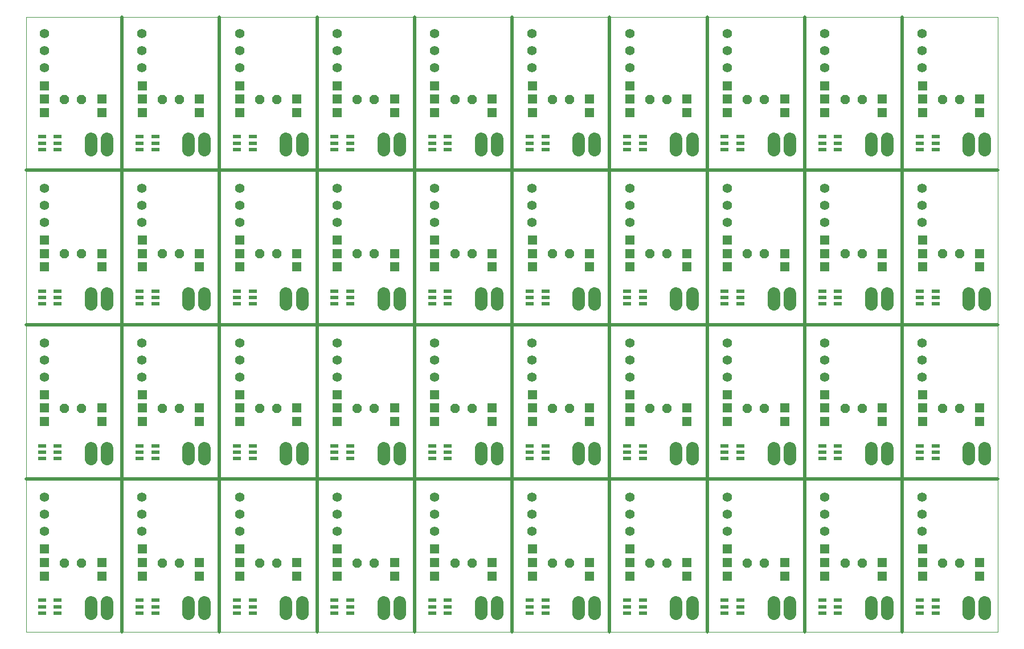
<source format=gts>
G75*
%MOIN*%
%OFA0B0*%
%FSLAX24Y24*%
%IPPOS*%
%LPD*%
%AMOC8*
5,1,8,0,0,1.08239X$1,22.5*
%
%ADD10C,0.0000*%
%ADD11C,0.0197*%
%ADD12R,0.0493X0.0237*%
%ADD13C,0.0552*%
%ADD14C,0.0730*%
%ADD15R,0.0552X0.0552*%
%ADD16OC8,0.0560*%
D10*
X000310Y000198D02*
X000310Y009155D01*
X000310Y018210D01*
X000310Y027265D01*
X000310Y036222D01*
X005920Y036222D01*
X011629Y036222D01*
X017338Y036222D01*
X023046Y036222D01*
X028755Y036222D01*
X034464Y036222D01*
X040172Y036222D01*
X045881Y036222D01*
X051590Y036222D01*
X057200Y036222D01*
X057200Y027265D01*
X057200Y018210D01*
X057200Y009155D01*
X057200Y000198D01*
X051590Y000198D01*
X045881Y000198D01*
X040172Y000198D01*
X034464Y000198D01*
X028755Y000198D01*
X023046Y000198D01*
X017338Y000198D01*
X011629Y000198D01*
X005920Y000198D01*
X000310Y000198D01*
D11*
X005920Y000198D02*
X005920Y036222D01*
X011629Y036222D02*
X011629Y000198D01*
X017338Y000198D02*
X017338Y036222D01*
X023046Y036222D02*
X023046Y000198D01*
X028755Y000198D02*
X028755Y036222D01*
X034464Y036222D02*
X034464Y000198D01*
X040172Y000198D02*
X040172Y036222D01*
X045881Y036222D02*
X045881Y000198D01*
X051590Y000198D02*
X051590Y036222D01*
X057200Y027265D02*
X000310Y027265D01*
X000310Y018210D02*
X057200Y018210D01*
X057200Y009155D02*
X000310Y009155D01*
D12*
X001235Y010358D03*
X001235Y010732D03*
X001235Y011106D03*
X002160Y011106D03*
X002160Y010732D03*
X002160Y010358D03*
X006944Y010358D03*
X006944Y010732D03*
X006944Y011106D03*
X007869Y011106D03*
X007869Y010732D03*
X007869Y010358D03*
X012653Y010358D03*
X012653Y010732D03*
X012653Y011106D03*
X013578Y011106D03*
X013578Y010732D03*
X013578Y010358D03*
X018361Y010358D03*
X018361Y010732D03*
X018361Y011106D03*
X019286Y011106D03*
X019286Y010732D03*
X019286Y010358D03*
X024070Y010358D03*
X024070Y010732D03*
X024070Y011106D03*
X024995Y011106D03*
X024995Y010732D03*
X024995Y010358D03*
X029779Y010358D03*
X029779Y010732D03*
X029779Y011106D03*
X030704Y011106D03*
X030704Y010732D03*
X030704Y010358D03*
X035487Y010358D03*
X035487Y010732D03*
X035487Y011106D03*
X036412Y011106D03*
X036412Y010732D03*
X036412Y010358D03*
X041196Y010358D03*
X041196Y010732D03*
X041196Y011106D03*
X042121Y011106D03*
X042121Y010732D03*
X042121Y010358D03*
X046905Y010358D03*
X046905Y010732D03*
X046905Y011106D03*
X047830Y011106D03*
X047830Y010732D03*
X047830Y010358D03*
X052613Y010358D03*
X052613Y010732D03*
X052613Y011106D03*
X053538Y011106D03*
X053538Y010732D03*
X053538Y010358D03*
X053538Y002051D03*
X053538Y001677D03*
X053538Y001303D03*
X052613Y001303D03*
X052613Y001677D03*
X052613Y002051D03*
X047830Y002051D03*
X047830Y001677D03*
X047830Y001303D03*
X046905Y001303D03*
X046905Y001677D03*
X046905Y002051D03*
X042121Y002051D03*
X042121Y001677D03*
X042121Y001303D03*
X041196Y001303D03*
X041196Y001677D03*
X041196Y002051D03*
X036412Y002051D03*
X036412Y001677D03*
X036412Y001303D03*
X035487Y001303D03*
X035487Y001677D03*
X035487Y002051D03*
X030704Y002051D03*
X030704Y001677D03*
X030704Y001303D03*
X029779Y001303D03*
X029779Y001677D03*
X029779Y002051D03*
X024995Y002051D03*
X024995Y001677D03*
X024995Y001303D03*
X024070Y001303D03*
X024070Y001677D03*
X024070Y002051D03*
X019286Y002051D03*
X019286Y001677D03*
X019286Y001303D03*
X018361Y001303D03*
X018361Y001677D03*
X018361Y002051D03*
X013578Y002051D03*
X013578Y001677D03*
X013578Y001303D03*
X012653Y001303D03*
X012653Y001677D03*
X012653Y002051D03*
X007869Y002051D03*
X007869Y001677D03*
X007869Y001303D03*
X006944Y001303D03*
X006944Y001677D03*
X006944Y002051D03*
X002160Y002051D03*
X002160Y001677D03*
X002160Y001303D03*
X001235Y001303D03*
X001235Y001677D03*
X001235Y002051D03*
X001235Y019413D03*
X001235Y019787D03*
X001235Y020161D03*
X002160Y020161D03*
X002160Y019787D03*
X002160Y019413D03*
X006944Y019413D03*
X006944Y019787D03*
X006944Y020161D03*
X007869Y020161D03*
X007869Y019787D03*
X007869Y019413D03*
X012653Y019413D03*
X012653Y019787D03*
X012653Y020161D03*
X013578Y020161D03*
X013578Y019787D03*
X013578Y019413D03*
X018361Y019413D03*
X018361Y019787D03*
X018361Y020161D03*
X019286Y020161D03*
X019286Y019787D03*
X019286Y019413D03*
X024070Y019413D03*
X024070Y019787D03*
X024070Y020161D03*
X024995Y020161D03*
X024995Y019787D03*
X024995Y019413D03*
X029779Y019413D03*
X029779Y019787D03*
X029779Y020161D03*
X030704Y020161D03*
X030704Y019787D03*
X030704Y019413D03*
X035487Y019413D03*
X035487Y019787D03*
X035487Y020161D03*
X036412Y020161D03*
X036412Y019787D03*
X036412Y019413D03*
X041196Y019413D03*
X041196Y019787D03*
X041196Y020161D03*
X042121Y020161D03*
X042121Y019787D03*
X042121Y019413D03*
X046905Y019413D03*
X046905Y019787D03*
X046905Y020161D03*
X047830Y020161D03*
X047830Y019787D03*
X047830Y019413D03*
X052613Y019413D03*
X052613Y019787D03*
X052613Y020161D03*
X053538Y020161D03*
X053538Y019787D03*
X053538Y019413D03*
X053538Y028468D03*
X053538Y028842D03*
X053538Y029216D03*
X052613Y029216D03*
X052613Y028842D03*
X052613Y028468D03*
X047830Y028468D03*
X047830Y028842D03*
X047830Y029216D03*
X046905Y029216D03*
X046905Y028842D03*
X046905Y028468D03*
X042121Y028468D03*
X042121Y028842D03*
X042121Y029216D03*
X041196Y029216D03*
X041196Y028842D03*
X041196Y028468D03*
X036412Y028468D03*
X036412Y028842D03*
X036412Y029216D03*
X035487Y029216D03*
X035487Y028842D03*
X035487Y028468D03*
X030704Y028468D03*
X030704Y028842D03*
X030704Y029216D03*
X029779Y029216D03*
X029779Y028842D03*
X029779Y028468D03*
X024995Y028468D03*
X024995Y028842D03*
X024995Y029216D03*
X024070Y029216D03*
X024070Y028842D03*
X024070Y028468D03*
X019286Y028468D03*
X019286Y028842D03*
X019286Y029216D03*
X018361Y029216D03*
X018361Y028842D03*
X018361Y028468D03*
X013578Y028468D03*
X013578Y028842D03*
X013578Y029216D03*
X012653Y029216D03*
X012653Y028842D03*
X012653Y028468D03*
X007869Y028468D03*
X007869Y028842D03*
X007869Y029216D03*
X006944Y029216D03*
X006944Y028842D03*
X006944Y028468D03*
X002160Y028468D03*
X002160Y028842D03*
X002160Y029216D03*
X001235Y029216D03*
X001235Y028842D03*
X001235Y028468D03*
D13*
X001386Y026199D03*
X001386Y025199D03*
X001386Y024199D03*
X007095Y024199D03*
X007095Y025199D03*
X007095Y026199D03*
X012803Y026199D03*
X012803Y025199D03*
X012803Y024199D03*
X018512Y024199D03*
X018512Y025199D03*
X018512Y026199D03*
X024221Y026199D03*
X024221Y025199D03*
X024221Y024199D03*
X029929Y024199D03*
X029929Y025199D03*
X029929Y026199D03*
X035638Y026199D03*
X035638Y025199D03*
X035638Y024199D03*
X041347Y024199D03*
X041347Y025199D03*
X041347Y026199D03*
X047055Y026199D03*
X047055Y025199D03*
X047055Y024199D03*
X052764Y024199D03*
X052764Y025199D03*
X052764Y026199D03*
X052764Y033254D03*
X052764Y034254D03*
X052764Y035254D03*
X047055Y035254D03*
X047055Y034254D03*
X047055Y033254D03*
X041347Y033254D03*
X041347Y034254D03*
X041347Y035254D03*
X035638Y035254D03*
X035638Y034254D03*
X035638Y033254D03*
X029929Y033254D03*
X029929Y034254D03*
X029929Y035254D03*
X024221Y035254D03*
X024221Y034254D03*
X024221Y033254D03*
X018512Y033254D03*
X018512Y034254D03*
X018512Y035254D03*
X012803Y035254D03*
X012803Y034254D03*
X012803Y033254D03*
X007095Y033254D03*
X007095Y034254D03*
X007095Y035254D03*
X001386Y035254D03*
X001386Y034254D03*
X001386Y033254D03*
X001386Y017143D03*
X001386Y016143D03*
X001386Y015143D03*
X007095Y015143D03*
X007095Y016143D03*
X007095Y017143D03*
X012803Y017143D03*
X012803Y016143D03*
X012803Y015143D03*
X018512Y015143D03*
X018512Y016143D03*
X018512Y017143D03*
X024221Y017143D03*
X024221Y016143D03*
X024221Y015143D03*
X029929Y015143D03*
X029929Y016143D03*
X029929Y017143D03*
X035638Y017143D03*
X035638Y016143D03*
X035638Y015143D03*
X041347Y015143D03*
X041347Y016143D03*
X041347Y017143D03*
X047055Y017143D03*
X047055Y016143D03*
X047055Y015143D03*
X052764Y015143D03*
X052764Y016143D03*
X052764Y017143D03*
X052764Y008088D03*
X052764Y007088D03*
X052764Y006088D03*
X047055Y006088D03*
X047055Y007088D03*
X047055Y008088D03*
X041347Y008088D03*
X041347Y007088D03*
X041347Y006088D03*
X035638Y006088D03*
X035638Y007088D03*
X035638Y008088D03*
X029929Y008088D03*
X029929Y007088D03*
X029929Y006088D03*
X024221Y006088D03*
X024221Y007088D03*
X024221Y008088D03*
X018512Y008088D03*
X018512Y007088D03*
X018512Y006088D03*
X012803Y006088D03*
X012803Y007088D03*
X012803Y008088D03*
X007095Y008088D03*
X007095Y007088D03*
X007095Y006088D03*
X001386Y006088D03*
X001386Y007088D03*
X001386Y008088D03*
D14*
X004110Y010322D02*
X004110Y010972D01*
X005051Y010972D02*
X005051Y010322D01*
X009819Y010322D02*
X009819Y010972D01*
X010759Y010972D02*
X010759Y010322D01*
X015527Y010322D02*
X015527Y010972D01*
X016468Y010972D02*
X016468Y010322D01*
X021236Y010322D02*
X021236Y010972D01*
X022177Y010972D02*
X022177Y010322D01*
X026945Y010322D02*
X026945Y010972D01*
X027885Y010972D02*
X027885Y010322D01*
X032653Y010322D02*
X032653Y010972D01*
X033594Y010972D02*
X033594Y010322D01*
X038362Y010322D02*
X038362Y010972D01*
X039303Y010972D02*
X039303Y010322D01*
X044071Y010322D02*
X044071Y010972D01*
X045011Y010972D02*
X045011Y010322D01*
X049779Y010322D02*
X049779Y010972D01*
X050720Y010972D02*
X050720Y010322D01*
X055488Y010322D02*
X055488Y010972D01*
X056429Y010972D02*
X056429Y010322D01*
X056429Y001917D02*
X056429Y001267D01*
X055488Y001267D02*
X055488Y001917D01*
X050720Y001917D02*
X050720Y001267D01*
X049779Y001267D02*
X049779Y001917D01*
X045011Y001917D02*
X045011Y001267D01*
X044071Y001267D02*
X044071Y001917D01*
X039303Y001917D02*
X039303Y001267D01*
X038362Y001267D02*
X038362Y001917D01*
X033594Y001917D02*
X033594Y001267D01*
X032653Y001267D02*
X032653Y001917D01*
X027885Y001917D02*
X027885Y001267D01*
X026945Y001267D02*
X026945Y001917D01*
X022177Y001917D02*
X022177Y001267D01*
X021236Y001267D02*
X021236Y001917D01*
X016468Y001917D02*
X016468Y001267D01*
X015527Y001267D02*
X015527Y001917D01*
X010759Y001917D02*
X010759Y001267D01*
X009819Y001267D02*
X009819Y001917D01*
X005051Y001917D02*
X005051Y001267D01*
X004110Y001267D02*
X004110Y001917D01*
X004110Y019378D02*
X004110Y020027D01*
X005051Y020027D02*
X005051Y019378D01*
X009819Y019378D02*
X009819Y020027D01*
X010759Y020027D02*
X010759Y019378D01*
X015527Y019378D02*
X015527Y020027D01*
X016468Y020027D02*
X016468Y019378D01*
X021236Y019378D02*
X021236Y020027D01*
X022177Y020027D02*
X022177Y019378D01*
X026945Y019378D02*
X026945Y020027D01*
X027885Y020027D02*
X027885Y019378D01*
X032653Y019378D02*
X032653Y020027D01*
X033594Y020027D02*
X033594Y019378D01*
X038362Y019378D02*
X038362Y020027D01*
X039303Y020027D02*
X039303Y019378D01*
X044071Y019378D02*
X044071Y020027D01*
X045011Y020027D02*
X045011Y019378D01*
X049779Y019378D02*
X049779Y020027D01*
X050720Y020027D02*
X050720Y019378D01*
X055488Y019378D02*
X055488Y020027D01*
X056429Y020027D02*
X056429Y019378D01*
X056429Y028433D02*
X056429Y029082D01*
X055488Y029082D02*
X055488Y028433D01*
X050720Y028433D02*
X050720Y029082D01*
X049779Y029082D02*
X049779Y028433D01*
X045011Y028433D02*
X045011Y029082D01*
X044071Y029082D02*
X044071Y028433D01*
X039303Y028433D02*
X039303Y029082D01*
X038362Y029082D02*
X038362Y028433D01*
X033594Y028433D02*
X033594Y029082D01*
X032653Y029082D02*
X032653Y028433D01*
X027885Y028433D02*
X027885Y029082D01*
X026945Y029082D02*
X026945Y028433D01*
X022177Y028433D02*
X022177Y029082D01*
X021236Y029082D02*
X021236Y028433D01*
X016468Y028433D02*
X016468Y029082D01*
X015527Y029082D02*
X015527Y028433D01*
X010759Y028433D02*
X010759Y029082D01*
X009819Y029082D02*
X009819Y028433D01*
X005051Y028433D02*
X005051Y029082D01*
X004110Y029082D02*
X004110Y028433D01*
D15*
X004743Y030635D03*
X004743Y031423D03*
X007105Y031423D03*
X007105Y032210D03*
X007105Y030635D03*
X010452Y030635D03*
X010452Y031423D03*
X012814Y031423D03*
X012814Y032210D03*
X012814Y030635D03*
X016160Y030635D03*
X016160Y031423D03*
X018523Y031423D03*
X018523Y032210D03*
X018523Y030635D03*
X021869Y030635D03*
X021869Y031423D03*
X024231Y031423D03*
X024231Y032210D03*
X024231Y030635D03*
X027578Y030635D03*
X027578Y031423D03*
X029940Y031423D03*
X029940Y032210D03*
X029940Y030635D03*
X033286Y030635D03*
X033286Y031423D03*
X035649Y031423D03*
X035649Y032210D03*
X035649Y030635D03*
X038995Y030635D03*
X038995Y031423D03*
X041357Y031423D03*
X041357Y032210D03*
X041357Y030635D03*
X044704Y030635D03*
X044704Y031423D03*
X047066Y031423D03*
X047066Y032210D03*
X047066Y030635D03*
X050412Y030635D03*
X050412Y031423D03*
X052775Y031423D03*
X052775Y032210D03*
X052775Y030635D03*
X056121Y030635D03*
X056121Y031423D03*
X052775Y023155D03*
X052775Y022368D03*
X052775Y021580D03*
X050412Y021580D03*
X050412Y022368D03*
X047066Y022368D03*
X047066Y023155D03*
X047066Y021580D03*
X044704Y021580D03*
X044704Y022368D03*
X041357Y022368D03*
X041357Y023155D03*
X041357Y021580D03*
X038995Y021580D03*
X038995Y022368D03*
X035649Y022368D03*
X035649Y023155D03*
X035649Y021580D03*
X033286Y021580D03*
X033286Y022368D03*
X029940Y022368D03*
X029940Y023155D03*
X029940Y021580D03*
X027578Y021580D03*
X027578Y022368D03*
X024231Y022368D03*
X024231Y023155D03*
X024231Y021580D03*
X021869Y021580D03*
X021869Y022368D03*
X018523Y022368D03*
X018523Y023155D03*
X018523Y021580D03*
X016160Y021580D03*
X016160Y022368D03*
X012814Y022368D03*
X012814Y023155D03*
X012814Y021580D03*
X010452Y021580D03*
X010452Y022368D03*
X007105Y022368D03*
X007105Y023155D03*
X007105Y021580D03*
X004743Y021580D03*
X004743Y022368D03*
X001397Y022368D03*
X001397Y023155D03*
X001397Y021580D03*
X001397Y014100D03*
X001397Y013313D03*
X001397Y012525D03*
X004743Y012525D03*
X004743Y013313D03*
X007105Y013313D03*
X007105Y014100D03*
X007105Y012525D03*
X010452Y012525D03*
X010452Y013313D03*
X012814Y013313D03*
X012814Y014100D03*
X012814Y012525D03*
X016160Y012525D03*
X016160Y013313D03*
X018523Y013313D03*
X018523Y014100D03*
X018523Y012525D03*
X021869Y012525D03*
X021869Y013313D03*
X024231Y013313D03*
X024231Y014100D03*
X024231Y012525D03*
X027578Y012525D03*
X027578Y013313D03*
X029940Y013313D03*
X029940Y014100D03*
X029940Y012525D03*
X033286Y012525D03*
X033286Y013313D03*
X035649Y013313D03*
X035649Y014100D03*
X035649Y012525D03*
X038995Y012525D03*
X038995Y013313D03*
X041357Y013313D03*
X041357Y014100D03*
X041357Y012525D03*
X044704Y012525D03*
X044704Y013313D03*
X047066Y013313D03*
X047066Y014100D03*
X047066Y012525D03*
X050412Y012525D03*
X050412Y013313D03*
X052775Y013313D03*
X052775Y014100D03*
X052775Y012525D03*
X056121Y012525D03*
X056121Y013313D03*
X056121Y021580D03*
X056121Y022368D03*
X052775Y005045D03*
X052775Y004257D03*
X052775Y003470D03*
X050412Y003470D03*
X050412Y004257D03*
X047066Y004257D03*
X047066Y003470D03*
X047066Y005045D03*
X044704Y004257D03*
X044704Y003470D03*
X041357Y003470D03*
X041357Y004257D03*
X041357Y005045D03*
X038995Y004257D03*
X038995Y003470D03*
X035649Y003470D03*
X035649Y004257D03*
X035649Y005045D03*
X033286Y004257D03*
X033286Y003470D03*
X029940Y003470D03*
X029940Y004257D03*
X029940Y005045D03*
X027578Y004257D03*
X027578Y003470D03*
X024231Y003470D03*
X024231Y004257D03*
X024231Y005045D03*
X021869Y004257D03*
X021869Y003470D03*
X018523Y003470D03*
X018523Y004257D03*
X018523Y005045D03*
X016160Y004257D03*
X016160Y003470D03*
X012814Y003470D03*
X012814Y004257D03*
X012814Y005045D03*
X010452Y004257D03*
X010452Y003470D03*
X007105Y003470D03*
X007105Y004257D03*
X007105Y005045D03*
X004743Y004257D03*
X004743Y003470D03*
X001397Y003470D03*
X001397Y004257D03*
X001397Y005045D03*
X001397Y030635D03*
X001397Y031423D03*
X001397Y032210D03*
X056121Y004257D03*
X056121Y003470D03*
D16*
X054944Y004234D03*
X053944Y004234D03*
X049235Y004234D03*
X048235Y004234D03*
X043527Y004234D03*
X042527Y004234D03*
X037818Y004234D03*
X036818Y004234D03*
X032109Y004234D03*
X031109Y004234D03*
X026401Y004234D03*
X025401Y004234D03*
X020692Y004234D03*
X019692Y004234D03*
X014983Y004234D03*
X013983Y004234D03*
X009275Y004234D03*
X008275Y004234D03*
X003566Y004234D03*
X002566Y004234D03*
X002566Y013289D03*
X003566Y013289D03*
X008275Y013289D03*
X009275Y013289D03*
X013983Y013289D03*
X014983Y013289D03*
X019692Y013289D03*
X020692Y013289D03*
X025401Y013289D03*
X026401Y013289D03*
X031109Y013289D03*
X032109Y013289D03*
X036818Y013289D03*
X037818Y013289D03*
X042527Y013289D03*
X043527Y013289D03*
X048235Y013289D03*
X049235Y013289D03*
X053944Y013289D03*
X054944Y013289D03*
X054944Y022344D03*
X053944Y022344D03*
X049235Y022344D03*
X048235Y022344D03*
X043527Y022344D03*
X042527Y022344D03*
X037818Y022344D03*
X036818Y022344D03*
X032109Y022344D03*
X031109Y022344D03*
X026401Y022344D03*
X025401Y022344D03*
X020692Y022344D03*
X019692Y022344D03*
X014983Y022344D03*
X013983Y022344D03*
X009275Y022344D03*
X008275Y022344D03*
X003566Y022344D03*
X002566Y022344D03*
X002566Y031399D03*
X003566Y031399D03*
X008275Y031399D03*
X009275Y031399D03*
X013983Y031399D03*
X014983Y031399D03*
X019692Y031399D03*
X020692Y031399D03*
X025401Y031399D03*
X026401Y031399D03*
X031109Y031399D03*
X032109Y031399D03*
X036818Y031399D03*
X037818Y031399D03*
X042527Y031399D03*
X043527Y031399D03*
X048235Y031399D03*
X049235Y031399D03*
X053944Y031399D03*
X054944Y031399D03*
M02*

</source>
